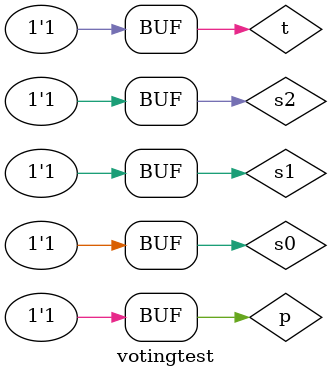
<source format=v>
`timescale 1ns / 1ps
`timescale 1 ns/1 ns

module votingtest();

	reg s2, s1, s0, t, p;
	wire G;
	
	voting CompToTest(s2, s1, s0, t, p, G);
	
	initial begin
		// Test all possible input combinations
		s2 <= 0; s1 <= 0; s0 <= 0; t <= 0; p <= 0;    
		#10 s2 <= 0; s1 <= 0; s0 <= 0; t <= 0; p <= 1;      
		#10 s2 <= 0; s1 <= 0; s0 <= 0; t <= 1; p <= 0;      
		#10 s2 <= 0; s1 <= 0; s0 <= 0; t <= 1; p <= 1;     
		#10 s2 <= 0; s1 <= 0; s0 <= 1; t <= 0; p <= 0;        
		#10 s2 <= 0; s1 <= 0; s0 <= 1; t <= 0; p <= 1;        
		#10 s2 <= 0; s1 <= 0; s0 <= 1; t <= 1; p <= 0;         
		#10 s2 <= 0; s1 <= 0; s0 <= 1; t <= 1; p <= 1;       
		#10 s2 <= 0; s1 <= 1; s0 <= 0; t <= 0; p <= 0;          
		#10 s2 <= 0; s1 <= 1; s0 <= 0; t <= 0; p <= 1;      
		#10 s2 <= 0; s1 <= 1; s0 <= 0; t <= 1; p <= 0;     
		#10 s2 <= 0; s1 <= 1; s0 <= 0; t <= 1; p <= 1;        
		#10 s2 <= 0; s1 <= 1; s0 <= 1; t <= 0; p <= 0;       
		#10 s2 <= 0; s1 <= 1; s0 <= 1; t <= 0; p <= 1;        
		#10 s2 <= 0; s1 <= 1; s0 <= 1; t <= 1; p <= 0;       
		#10 s2 <= 0; s1 <= 1; s0 <= 1; t <= 1; p <= 1;        
		#10 s2 <= 1; s1 <= 0; s0 <= 0; t <= 0; p <= 0;        
		#10 s2 <= 1; s1 <= 0; s0 <= 0; t <= 0; p <= 1;        
		#10 s2 <= 1; s1 <= 0; s0 <= 0; t <= 1; p <= 0;        
		#10 s2 <= 1; s1 <= 0; s0 <= 0; t <= 1; p <= 1;         
		#10 s2 <= 1; s1 <= 0; s0 <= 1; t <= 0; p <= 0;     
		#10 s2 <= 1; s1 <= 0; s0 <= 1; t <= 0; p <= 1;        
		#10 s2 <= 1; s1 <= 0; s0 <= 1; t <= 1; p <= 0;     
		#10 s2 <= 1; s1 <= 0; s0 <= 1; t <= 1; p <= 1;        
		#10 s2 <= 1; s1 <= 1; s0 <= 0; t <= 0; p <= 0;         
		#10 s2 <= 1; s1 <= 1; s0 <= 0; t <= 0; p <= 1;         
		#10 s2 <= 1; s1 <= 1; s0 <= 0; t <= 1; p <= 0;        
		#10 s2 <= 1; s1 <= 1; s0 <= 0; t <= 1; p <= 1;        
		#10 s2 <= 1; s1 <= 1; s0 <= 1; t <= 0; p <= 0;        
		#10 s2 <= 1; s1 <= 1; s0 <= 1; t <= 0; p <= 1;     
		#10 s2 <= 1; s1 <= 1; s0 <= 1; t <= 1; p <= 0;       
		#10 s2 <= 1; s1 <= 1; s0 <= 1; t <= 1; p <= 1;
		
	end


endmodule



</source>
